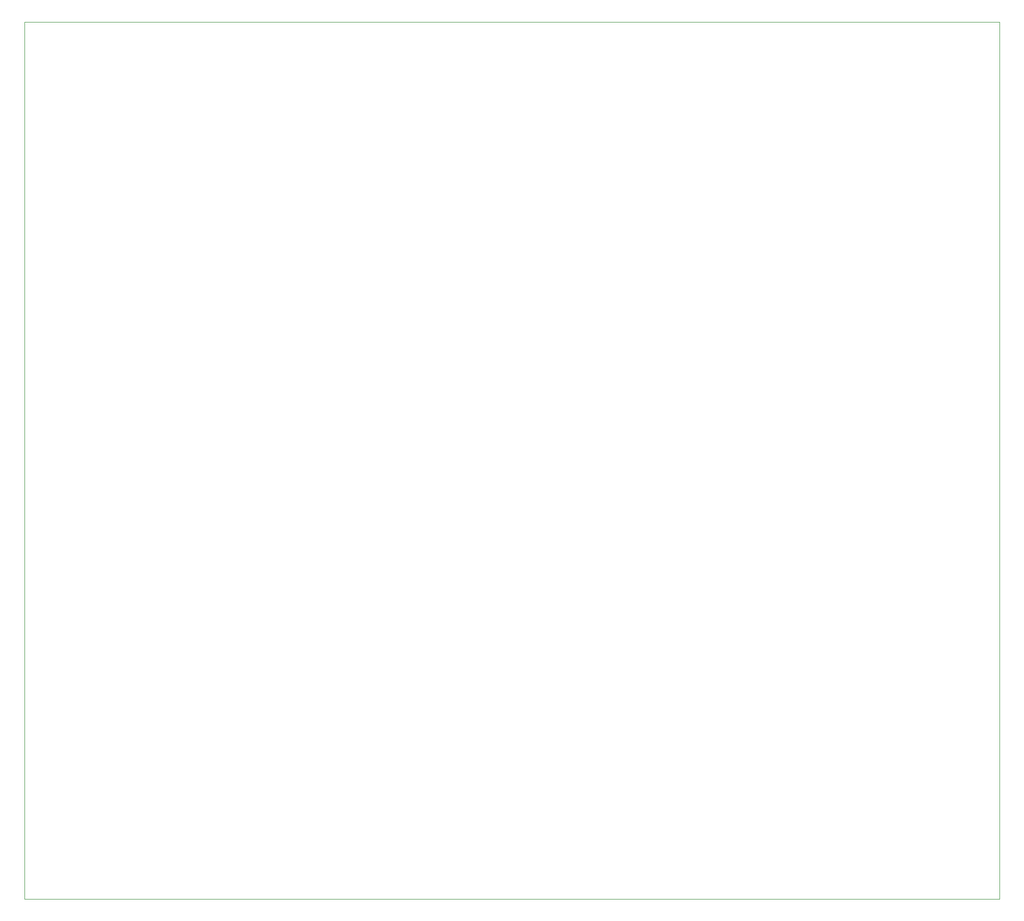
<source format=gm1>
%TF.GenerationSoftware,KiCad,Pcbnew,5.1.10*%
%TF.CreationDate,2021-06-16T12:32:52-03:00*%
%TF.ProjectId,cta,6374612e-6b69-4636-9164-5f7063625858,rev?*%
%TF.SameCoordinates,Original*%
%TF.FileFunction,Profile,NP*%
%FSLAX46Y46*%
G04 Gerber Fmt 4.6, Leading zero omitted, Abs format (unit mm)*
G04 Created by KiCad (PCBNEW 5.1.10) date 2021-06-16 12:32:52*
%MOMM*%
%LPD*%
G01*
G04 APERTURE LIST*
%TA.AperFunction,Profile*%
%ADD10C,0.050000*%
%TD*%
G04 APERTURE END LIST*
D10*
X215900000Y-13970000D02*
X50800000Y-13970000D01*
X215900000Y-162560000D02*
X215900000Y-13970000D01*
X50800000Y-162560000D02*
X215900000Y-162560000D01*
X50800000Y-13970000D02*
X50800000Y-162560000D01*
M02*

</source>
